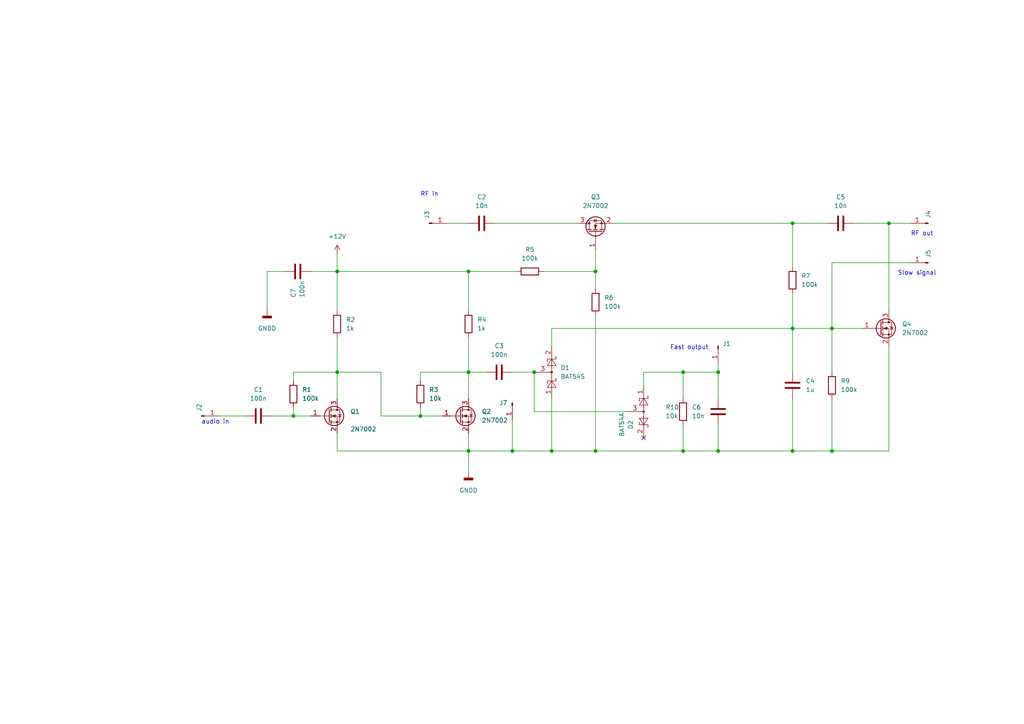
<source format=kicad_sch>
(kicad_sch (version 20230121) (generator eeschema)

  (uuid 2cc2d45b-6bf1-4f3a-95e2-fbbe5f7e32f0)

  (paper "A4")

  (lib_symbols
    (symbol "Connector:Conn_01x01_Pin" (pin_names (offset 1.016) hide) (in_bom yes) (on_board yes)
      (property "Reference" "J" (at 0 2.54 0)
        (effects (font (size 1.27 1.27)))
      )
      (property "Value" "Conn_01x01_Pin" (at 0 -2.54 0)
        (effects (font (size 1.27 1.27)))
      )
      (property "Footprint" "" (at 0 0 0)
        (effects (font (size 1.27 1.27)) hide)
      )
      (property "Datasheet" "~" (at 0 0 0)
        (effects (font (size 1.27 1.27)) hide)
      )
      (property "ki_locked" "" (at 0 0 0)
        (effects (font (size 1.27 1.27)))
      )
      (property "ki_keywords" "connector" (at 0 0 0)
        (effects (font (size 1.27 1.27)) hide)
      )
      (property "ki_description" "Generic connector, single row, 01x01, script generated" (at 0 0 0)
        (effects (font (size 1.27 1.27)) hide)
      )
      (property "ki_fp_filters" "Connector*:*_1x??_*" (at 0 0 0)
        (effects (font (size 1.27 1.27)) hide)
      )
      (symbol "Conn_01x01_Pin_1_1"
        (polyline
          (pts
            (xy 1.27 0)
            (xy 0.8636 0)
          )
          (stroke (width 0.1524) (type default))
          (fill (type none))
        )
        (rectangle (start 0.8636 0.127) (end 0 -0.127)
          (stroke (width 0.1524) (type default))
          (fill (type outline))
        )
        (pin passive line (at 5.08 0 180) (length 3.81)
          (name "Pin_1" (effects (font (size 1.27 1.27))))
          (number "1" (effects (font (size 1.27 1.27))))
        )
      )
    )
    (symbol "Device:C" (pin_numbers hide) (pin_names (offset 0.254)) (in_bom yes) (on_board yes)
      (property "Reference" "C" (at 0.635 2.54 0)
        (effects (font (size 1.27 1.27)) (justify left))
      )
      (property "Value" "C" (at 0.635 -2.54 0)
        (effects (font (size 1.27 1.27)) (justify left))
      )
      (property "Footprint" "" (at 0.9652 -3.81 0)
        (effects (font (size 1.27 1.27)) hide)
      )
      (property "Datasheet" "~" (at 0 0 0)
        (effects (font (size 1.27 1.27)) hide)
      )
      (property "ki_keywords" "cap capacitor" (at 0 0 0)
        (effects (font (size 1.27 1.27)) hide)
      )
      (property "ki_description" "Unpolarized capacitor" (at 0 0 0)
        (effects (font (size 1.27 1.27)) hide)
      )
      (property "ki_fp_filters" "C_*" (at 0 0 0)
        (effects (font (size 1.27 1.27)) hide)
      )
      (symbol "C_0_1"
        (polyline
          (pts
            (xy -2.032 -0.762)
            (xy 2.032 -0.762)
          )
          (stroke (width 0.508) (type default))
          (fill (type none))
        )
        (polyline
          (pts
            (xy -2.032 0.762)
            (xy 2.032 0.762)
          )
          (stroke (width 0.508) (type default))
          (fill (type none))
        )
      )
      (symbol "C_1_1"
        (pin passive line (at 0 3.81 270) (length 2.794)
          (name "~" (effects (font (size 1.27 1.27))))
          (number "1" (effects (font (size 1.27 1.27))))
        )
        (pin passive line (at 0 -3.81 90) (length 2.794)
          (name "~" (effects (font (size 1.27 1.27))))
          (number "2" (effects (font (size 1.27 1.27))))
        )
      )
    )
    (symbol "Device:R" (pin_numbers hide) (pin_names (offset 0)) (in_bom yes) (on_board yes)
      (property "Reference" "R" (at 2.032 0 90)
        (effects (font (size 1.27 1.27)))
      )
      (property "Value" "R" (at 0 0 90)
        (effects (font (size 1.27 1.27)))
      )
      (property "Footprint" "" (at -1.778 0 90)
        (effects (font (size 1.27 1.27)) hide)
      )
      (property "Datasheet" "~" (at 0 0 0)
        (effects (font (size 1.27 1.27)) hide)
      )
      (property "ki_keywords" "R res resistor" (at 0 0 0)
        (effects (font (size 1.27 1.27)) hide)
      )
      (property "ki_description" "Resistor" (at 0 0 0)
        (effects (font (size 1.27 1.27)) hide)
      )
      (property "ki_fp_filters" "R_*" (at 0 0 0)
        (effects (font (size 1.27 1.27)) hide)
      )
      (symbol "R_0_1"
        (rectangle (start -1.016 -2.54) (end 1.016 2.54)
          (stroke (width 0.254) (type default))
          (fill (type none))
        )
      )
      (symbol "R_1_1"
        (pin passive line (at 0 3.81 270) (length 1.27)
          (name "~" (effects (font (size 1.27 1.27))))
          (number "1" (effects (font (size 1.27 1.27))))
        )
        (pin passive line (at 0 -3.81 90) (length 1.27)
          (name "~" (effects (font (size 1.27 1.27))))
          (number "2" (effects (font (size 1.27 1.27))))
        )
      )
    )
    (symbol "Diode:BAT54A" (pin_names (offset 1.016)) (in_bom yes) (on_board yes)
      (property "Reference" "D" (at 0.635 -3.81 0)
        (effects (font (size 1.27 1.27)) (justify left))
      )
      (property "Value" "BAT54A" (at -6.35 3.175 0)
        (effects (font (size 1.27 1.27)) (justify left))
      )
      (property "Footprint" "Package_TO_SOT_SMD:SOT-23" (at 1.905 3.175 0)
        (effects (font (size 1.27 1.27)) (justify left) hide)
      )
      (property "Datasheet" "http://www.diodes.com/_files/datasheets/ds11005.pdf" (at -3.048 0 0)
        (effects (font (size 1.27 1.27)) hide)
      )
      (property "ki_keywords" "schottky diode" (at 0 0 0)
        (effects (font (size 1.27 1.27)) hide)
      )
      (property "ki_description" "schottky barrier diode" (at 0 0 0)
        (effects (font (size 1.27 1.27)) hide)
      )
      (property "ki_fp_filters" "SOT?23*" (at 0 0 0)
        (effects (font (size 1.27 1.27)) hide)
      )
      (symbol "BAT54A_0_1"
        (polyline
          (pts
            (xy -4.445 1.27)
            (xy -4.445 1.016)
          )
          (stroke (width 0) (type default))
          (fill (type none))
        )
        (polyline
          (pts
            (xy -3.81 -1.27)
            (xy -3.81 1.27)
          )
          (stroke (width 0) (type default))
          (fill (type none))
        )
        (polyline
          (pts
            (xy -3.81 -1.27)
            (xy -3.175 -1.27)
          )
          (stroke (width 0) (type default))
          (fill (type none))
        )
        (polyline
          (pts
            (xy -3.81 0)
            (xy -1.27 0)
          )
          (stroke (width 0) (type default))
          (fill (type none))
        )
        (polyline
          (pts
            (xy -3.81 1.27)
            (xy -4.445 1.27)
          )
          (stroke (width 0) (type default))
          (fill (type none))
        )
        (polyline
          (pts
            (xy -3.175 -1.27)
            (xy -3.175 -1.016)
          )
          (stroke (width 0) (type default))
          (fill (type none))
        )
        (polyline
          (pts
            (xy -1.905 0)
            (xy 1.905 0)
          )
          (stroke (width 0) (type default))
          (fill (type none))
        )
        (polyline
          (pts
            (xy 1.27 0)
            (xy 3.81 0)
          )
          (stroke (width 0) (type default))
          (fill (type none))
        )
        (polyline
          (pts
            (xy 3.175 -1.27)
            (xy 3.175 -1.016)
          )
          (stroke (width 0) (type default))
          (fill (type none))
        )
        (polyline
          (pts
            (xy 3.81 -1.27)
            (xy 3.175 -1.27)
          )
          (stroke (width 0) (type default))
          (fill (type none))
        )
        (polyline
          (pts
            (xy 3.81 -1.27)
            (xy 3.81 1.27)
          )
          (stroke (width 0) (type default))
          (fill (type none))
        )
        (polyline
          (pts
            (xy 3.81 1.27)
            (xy 4.445 1.27)
          )
          (stroke (width 0) (type default))
          (fill (type none))
        )
        (polyline
          (pts
            (xy 4.445 1.27)
            (xy 4.445 1.016)
          )
          (stroke (width 0) (type default))
          (fill (type none))
        )
        (polyline
          (pts
            (xy -1.905 1.27)
            (xy -1.905 -1.27)
            (xy -3.81 0)
            (xy -1.905 1.27)
          )
          (stroke (width 0) (type default))
          (fill (type none))
        )
        (polyline
          (pts
            (xy 1.905 1.27)
            (xy 1.905 -1.27)
            (xy 3.81 0)
            (xy 1.905 1.27)
          )
          (stroke (width 0) (type default))
          (fill (type none))
        )
        (circle (center 0 0) (radius 0.254)
          (stroke (width 0) (type default))
          (fill (type outline))
        )
      )
      (symbol "BAT54A_1_1"
        (pin passive line (at -7.62 0 0) (length 3.81)
          (name "~" (effects (font (size 1.27 1.27))))
          (number "1" (effects (font (size 1.27 1.27))))
        )
        (pin passive line (at 7.62 0 180) (length 3.81)
          (name "~" (effects (font (size 1.27 1.27))))
          (number "2" (effects (font (size 1.27 1.27))))
        )
        (pin passive line (at 0 -5.08 90) (length 5.08)
          (name "~" (effects (font (size 1.27 1.27))))
          (number "3" (effects (font (size 1.27 1.27))))
        )
      )
    )
    (symbol "Diode:BAT54S" (pin_names (offset 1.016)) (in_bom yes) (on_board yes)
      (property "Reference" "D" (at 0.635 -3.81 0)
        (effects (font (size 1.27 1.27)) (justify left))
      )
      (property "Value" "BAT54S" (at -6.35 3.175 0)
        (effects (font (size 1.27 1.27)) (justify left))
      )
      (property "Footprint" "Package_TO_SOT_SMD:SOT-23" (at 1.905 3.175 0)
        (effects (font (size 1.27 1.27)) (justify left) hide)
      )
      (property "Datasheet" "https://www.diodes.com/assets/Datasheets/ds11005.pdf" (at -3.048 0 0)
        (effects (font (size 1.27 1.27)) hide)
      )
      (property "ki_keywords" "schottky diode" (at 0 0 0)
        (effects (font (size 1.27 1.27)) hide)
      )
      (property "ki_description" "schottky barrier diode" (at 0 0 0)
        (effects (font (size 1.27 1.27)) hide)
      )
      (property "ki_fp_filters" "SOT?23*" (at 0 0 0)
        (effects (font (size 1.27 1.27)) hide)
      )
      (symbol "BAT54S_0_1"
        (polyline
          (pts
            (xy -3.81 0)
            (xy -1.27 0)
          )
          (stroke (width 0) (type default))
          (fill (type none))
        )
        (polyline
          (pts
            (xy -3.175 -1.27)
            (xy -3.175 -1.016)
          )
          (stroke (width 0) (type default))
          (fill (type none))
        )
        (polyline
          (pts
            (xy -2.54 -1.27)
            (xy -3.175 -1.27)
          )
          (stroke (width 0) (type default))
          (fill (type none))
        )
        (polyline
          (pts
            (xy -2.54 -1.27)
            (xy -2.54 1.27)
          )
          (stroke (width 0) (type default))
          (fill (type none))
        )
        (polyline
          (pts
            (xy -2.54 1.27)
            (xy -1.905 1.27)
          )
          (stroke (width 0) (type default))
          (fill (type none))
        )
        (polyline
          (pts
            (xy -1.905 0)
            (xy 1.905 0)
          )
          (stroke (width 0) (type default))
          (fill (type none))
        )
        (polyline
          (pts
            (xy -1.905 1.27)
            (xy -1.905 1.016)
          )
          (stroke (width 0) (type default))
          (fill (type none))
        )
        (polyline
          (pts
            (xy 1.27 0)
            (xy 3.81 0)
          )
          (stroke (width 0) (type default))
          (fill (type none))
        )
        (polyline
          (pts
            (xy 3.175 -1.27)
            (xy 3.175 -1.016)
          )
          (stroke (width 0) (type default))
          (fill (type none))
        )
        (polyline
          (pts
            (xy 3.81 -1.27)
            (xy 3.175 -1.27)
          )
          (stroke (width 0) (type default))
          (fill (type none))
        )
        (polyline
          (pts
            (xy 3.81 -1.27)
            (xy 3.81 1.27)
          )
          (stroke (width 0) (type default))
          (fill (type none))
        )
        (polyline
          (pts
            (xy 3.81 1.27)
            (xy 4.445 1.27)
          )
          (stroke (width 0) (type default))
          (fill (type none))
        )
        (polyline
          (pts
            (xy 4.445 1.27)
            (xy 4.445 1.016)
          )
          (stroke (width 0) (type default))
          (fill (type none))
        )
        (polyline
          (pts
            (xy -4.445 1.27)
            (xy -4.445 -1.27)
            (xy -2.54 0)
            (xy -4.445 1.27)
          )
          (stroke (width 0) (type default))
          (fill (type none))
        )
        (polyline
          (pts
            (xy 1.905 1.27)
            (xy 1.905 -1.27)
            (xy 3.81 0)
            (xy 1.905 1.27)
          )
          (stroke (width 0) (type default))
          (fill (type none))
        )
        (circle (center 0 0) (radius 0.254)
          (stroke (width 0) (type default))
          (fill (type outline))
        )
      )
      (symbol "BAT54S_1_1"
        (pin passive line (at -7.62 0 0) (length 3.81)
          (name "~" (effects (font (size 1.27 1.27))))
          (number "1" (effects (font (size 1.27 1.27))))
        )
        (pin passive line (at 7.62 0 180) (length 3.81)
          (name "~" (effects (font (size 1.27 1.27))))
          (number "2" (effects (font (size 1.27 1.27))))
        )
        (pin passive line (at 0 -5.08 90) (length 5.08)
          (name "~" (effects (font (size 1.27 1.27))))
          (number "3" (effects (font (size 1.27 1.27))))
        )
      )
    )
    (symbol "Transistor_FET:2N7002" (pin_names hide) (in_bom yes) (on_board yes)
      (property "Reference" "Q" (at 5.08 1.905 0)
        (effects (font (size 1.27 1.27)) (justify left))
      )
      (property "Value" "2N7002" (at 5.08 0 0)
        (effects (font (size 1.27 1.27)) (justify left))
      )
      (property "Footprint" "Package_TO_SOT_SMD:SOT-23" (at 5.08 -1.905 0)
        (effects (font (size 1.27 1.27) italic) (justify left) hide)
      )
      (property "Datasheet" "https://www.onsemi.com/pub/Collateral/NDS7002A-D.PDF" (at 0 0 0)
        (effects (font (size 1.27 1.27)) (justify left) hide)
      )
      (property "ki_keywords" "N-Channel Switching MOSFET" (at 0 0 0)
        (effects (font (size 1.27 1.27)) hide)
      )
      (property "ki_description" "0.115A Id, 60V Vds, N-Channel MOSFET, SOT-23" (at 0 0 0)
        (effects (font (size 1.27 1.27)) hide)
      )
      (property "ki_fp_filters" "SOT?23*" (at 0 0 0)
        (effects (font (size 1.27 1.27)) hide)
      )
      (symbol "2N7002_0_1"
        (polyline
          (pts
            (xy 0.254 0)
            (xy -2.54 0)
          )
          (stroke (width 0) (type default))
          (fill (type none))
        )
        (polyline
          (pts
            (xy 0.254 1.905)
            (xy 0.254 -1.905)
          )
          (stroke (width 0.254) (type default))
          (fill (type none))
        )
        (polyline
          (pts
            (xy 0.762 -1.27)
            (xy 0.762 -2.286)
          )
          (stroke (width 0.254) (type default))
          (fill (type none))
        )
        (polyline
          (pts
            (xy 0.762 0.508)
            (xy 0.762 -0.508)
          )
          (stroke (width 0.254) (type default))
          (fill (type none))
        )
        (polyline
          (pts
            (xy 0.762 2.286)
            (xy 0.762 1.27)
          )
          (stroke (width 0.254) (type default))
          (fill (type none))
        )
        (polyline
          (pts
            (xy 2.54 2.54)
            (xy 2.54 1.778)
          )
          (stroke (width 0) (type default))
          (fill (type none))
        )
        (polyline
          (pts
            (xy 2.54 -2.54)
            (xy 2.54 0)
            (xy 0.762 0)
          )
          (stroke (width 0) (type default))
          (fill (type none))
        )
        (polyline
          (pts
            (xy 0.762 -1.778)
            (xy 3.302 -1.778)
            (xy 3.302 1.778)
            (xy 0.762 1.778)
          )
          (stroke (width 0) (type default))
          (fill (type none))
        )
        (polyline
          (pts
            (xy 1.016 0)
            (xy 2.032 0.381)
            (xy 2.032 -0.381)
            (xy 1.016 0)
          )
          (stroke (width 0) (type default))
          (fill (type outline))
        )
        (polyline
          (pts
            (xy 2.794 0.508)
            (xy 2.921 0.381)
            (xy 3.683 0.381)
            (xy 3.81 0.254)
          )
          (stroke (width 0) (type default))
          (fill (type none))
        )
        (polyline
          (pts
            (xy 3.302 0.381)
            (xy 2.921 -0.254)
            (xy 3.683 -0.254)
            (xy 3.302 0.381)
          )
          (stroke (width 0) (type default))
          (fill (type none))
        )
        (circle (center 1.651 0) (radius 2.794)
          (stroke (width 0.254) (type default))
          (fill (type none))
        )
        (circle (center 2.54 -1.778) (radius 0.254)
          (stroke (width 0) (type default))
          (fill (type outline))
        )
        (circle (center 2.54 1.778) (radius 0.254)
          (stroke (width 0) (type default))
          (fill (type outline))
        )
      )
      (symbol "2N7002_1_1"
        (pin input line (at -5.08 0 0) (length 2.54)
          (name "G" (effects (font (size 1.27 1.27))))
          (number "1" (effects (font (size 1.27 1.27))))
        )
        (pin passive line (at 2.54 -5.08 90) (length 2.54)
          (name "S" (effects (font (size 1.27 1.27))))
          (number "2" (effects (font (size 1.27 1.27))))
        )
        (pin passive line (at 2.54 5.08 270) (length 2.54)
          (name "D" (effects (font (size 1.27 1.27))))
          (number "3" (effects (font (size 1.27 1.27))))
        )
      )
    )
    (symbol "power:+12V" (power) (pin_names (offset 0)) (in_bom yes) (on_board yes)
      (property "Reference" "#PWR" (at 0 -3.81 0)
        (effects (font (size 1.27 1.27)) hide)
      )
      (property "Value" "+12V" (at 0 3.556 0)
        (effects (font (size 1.27 1.27)))
      )
      (property "Footprint" "" (at 0 0 0)
        (effects (font (size 1.27 1.27)) hide)
      )
      (property "Datasheet" "" (at 0 0 0)
        (effects (font (size 1.27 1.27)) hide)
      )
      (property "ki_keywords" "global power" (at 0 0 0)
        (effects (font (size 1.27 1.27)) hide)
      )
      (property "ki_description" "Power symbol creates a global label with name \"+12V\"" (at 0 0 0)
        (effects (font (size 1.27 1.27)) hide)
      )
      (symbol "+12V_0_1"
        (polyline
          (pts
            (xy -0.762 1.27)
            (xy 0 2.54)
          )
          (stroke (width 0) (type default))
          (fill (type none))
        )
        (polyline
          (pts
            (xy 0 0)
            (xy 0 2.54)
          )
          (stroke (width 0) (type default))
          (fill (type none))
        )
        (polyline
          (pts
            (xy 0 2.54)
            (xy 0.762 1.27)
          )
          (stroke (width 0) (type default))
          (fill (type none))
        )
      )
      (symbol "+12V_1_1"
        (pin power_in line (at 0 0 90) (length 0) hide
          (name "+12V" (effects (font (size 1.27 1.27))))
          (number "1" (effects (font (size 1.27 1.27))))
        )
      )
    )
    (symbol "power:GNDD" (power) (pin_names (offset 0)) (in_bom yes) (on_board yes)
      (property "Reference" "#PWR" (at 0 -6.35 0)
        (effects (font (size 1.27 1.27)) hide)
      )
      (property "Value" "GNDD" (at 0 -3.175 0)
        (effects (font (size 1.27 1.27)))
      )
      (property "Footprint" "" (at 0 0 0)
        (effects (font (size 1.27 1.27)) hide)
      )
      (property "Datasheet" "" (at 0 0 0)
        (effects (font (size 1.27 1.27)) hide)
      )
      (property "ki_keywords" "global power" (at 0 0 0)
        (effects (font (size 1.27 1.27)) hide)
      )
      (property "ki_description" "Power symbol creates a global label with name \"GNDD\" , digital ground" (at 0 0 0)
        (effects (font (size 1.27 1.27)) hide)
      )
      (symbol "GNDD_0_1"
        (rectangle (start -1.27 -1.524) (end 1.27 -2.032)
          (stroke (width 0.254) (type default))
          (fill (type outline))
        )
        (polyline
          (pts
            (xy 0 0)
            (xy 0 -1.524)
          )
          (stroke (width 0) (type default))
          (fill (type none))
        )
      )
      (symbol "GNDD_1_1"
        (pin power_in line (at 0 0 270) (length 0) hide
          (name "GNDD" (effects (font (size 1.27 1.27))))
          (number "1" (effects (font (size 1.27 1.27))))
        )
      )
    )
  )

  (junction (at 121.92 120.65) (diameter 0) (color 0 0 0 0)
    (uuid 0409fe4c-e6a9-4e93-9380-23329f8baa2c)
  )
  (junction (at 257.81 64.77) (diameter 0) (color 0 0 0 0)
    (uuid 187f12d0-2cc8-403b-bc3a-08de67d70000)
  )
  (junction (at 241.3 130.81) (diameter 0) (color 0 0 0 0)
    (uuid 1e364775-e2f1-4499-9af0-a80664c7611e)
  )
  (junction (at 135.89 78.74) (diameter 0) (color 0 0 0 0)
    (uuid 2165451a-109d-4b2b-a12a-c08a1cf95a16)
  )
  (junction (at 148.59 130.81) (diameter 0) (color 0 0 0 0)
    (uuid 3143c39a-40d2-4aa5-9c52-09d1944e000d)
  )
  (junction (at 97.79 107.95) (diameter 0) (color 0 0 0 0)
    (uuid 349df894-d697-498b-a34d-dece7eadb028)
  )
  (junction (at 135.89 107.95) (diameter 0) (color 0 0 0 0)
    (uuid 3c8f4f89-d535-4e40-a610-1a4fd134c907)
  )
  (junction (at 229.87 95.25) (diameter 0) (color 0 0 0 0)
    (uuid 4ff01ca2-3d3d-4439-b1e0-2bda5282ceb9)
  )
  (junction (at 241.3 95.25) (diameter 0) (color 0 0 0 0)
    (uuid 54f99526-1df6-476e-90af-9ff11f22d989)
  )
  (junction (at 198.12 107.95) (diameter 0) (color 0 0 0 0)
    (uuid 56d0decd-3829-40e4-9314-52bfe9d83f7f)
  )
  (junction (at 229.87 64.77) (diameter 0) (color 0 0 0 0)
    (uuid 59231dc8-c6b4-4443-b9bb-7787b135ca35)
  )
  (junction (at 135.89 130.81) (diameter 0) (color 0 0 0 0)
    (uuid 6cac6777-5175-4e5d-8ffe-09c7b94b7440)
  )
  (junction (at 229.87 130.81) (diameter 0) (color 0 0 0 0)
    (uuid 6d62fa4d-57b5-4b73-bf33-36e5bc43eb44)
  )
  (junction (at 172.72 130.81) (diameter 0) (color 0 0 0 0)
    (uuid 868f7818-8581-4288-b9dd-bd60e2f3506f)
  )
  (junction (at 85.09 120.65) (diameter 0) (color 0 0 0 0)
    (uuid 8c384a74-dbec-49f3-bc87-6de62445825d)
  )
  (junction (at 97.79 78.74) (diameter 0) (color 0 0 0 0)
    (uuid 8c7b0b4c-0768-42fe-8bfd-2d8c50ee3728)
  )
  (junction (at 198.12 130.81) (diameter 0) (color 0 0 0 0)
    (uuid 90db1e94-3251-470c-92ec-280d51898083)
  )
  (junction (at 172.72 78.74) (diameter 0) (color 0 0 0 0)
    (uuid 9565ea0e-41ee-4203-b42e-79420e865069)
  )
  (junction (at 154.94 107.95) (diameter 0) (color 0 0 0 0)
    (uuid bb3cb045-02ed-45c2-9bf0-cd0eb0b5c857)
  )
  (junction (at 208.28 130.81) (diameter 0) (color 0 0 0 0)
    (uuid c8f2ef4c-9b54-4cb3-95e8-9c3c8fa5ada2)
  )
  (junction (at 160.02 130.81) (diameter 0) (color 0 0 0 0)
    (uuid d0f62fca-4b82-408f-b4fa-cdc40453c8f9)
  )
  (junction (at 208.28 107.95) (diameter 0) (color 0 0 0 0)
    (uuid fd128df2-72f8-4bbf-a8b6-cde412960d4b)
  )

  (no_connect (at 186.69 127) (uuid c54b0283-11ce-4f75-b946-235f76bcb40c))

  (wire (pts (xy 229.87 115.57) (xy 229.87 130.81))
    (stroke (width 0) (type default))
    (uuid 022b5874-f903-4802-8d64-5dbedb55040a)
  )
  (wire (pts (xy 257.81 90.17) (xy 257.81 64.77))
    (stroke (width 0) (type default))
    (uuid 08a3bfbd-f5e6-427f-b4e4-163d1e9051e2)
  )
  (wire (pts (xy 186.69 107.95) (xy 186.69 111.76))
    (stroke (width 0) (type default))
    (uuid 0930abf7-38ca-45b2-a1d0-dbb6ac097fcd)
  )
  (wire (pts (xy 135.89 107.95) (xy 135.89 115.57))
    (stroke (width 0) (type default))
    (uuid 167f42a4-9890-4dc4-90df-8950c39fd65c)
  )
  (wire (pts (xy 97.79 125.73) (xy 97.79 130.81))
    (stroke (width 0) (type default))
    (uuid 1a011a58-9564-4521-b40d-c2cadab9585f)
  )
  (wire (pts (xy 198.12 115.57) (xy 198.12 107.95))
    (stroke (width 0) (type default))
    (uuid 1c4f6fe8-869a-4c99-a5e2-0bb0aa807999)
  )
  (wire (pts (xy 85.09 120.65) (xy 90.17 120.65))
    (stroke (width 0) (type default))
    (uuid 1c50770b-647d-48e6-97ab-819b37206007)
  )
  (wire (pts (xy 78.74 120.65) (xy 85.09 120.65))
    (stroke (width 0) (type default))
    (uuid 1d2c2480-6bbf-41a4-8b03-703bc31dc40d)
  )
  (wire (pts (xy 135.89 130.81) (xy 135.89 137.16))
    (stroke (width 0) (type default))
    (uuid 257169af-0aa5-4b94-9fca-697b51c85684)
  )
  (wire (pts (xy 85.09 110.49) (xy 85.09 107.95))
    (stroke (width 0) (type default))
    (uuid 2d520332-a987-4752-99b4-d60af54b1282)
  )
  (wire (pts (xy 121.92 107.95) (xy 135.89 107.95))
    (stroke (width 0) (type default))
    (uuid 2d70495e-3c79-42f2-873b-60270deba179)
  )
  (wire (pts (xy 208.28 123.19) (xy 208.28 130.81))
    (stroke (width 0) (type default))
    (uuid 2fa41313-e130-4e20-ba1f-cd3da604159d)
  )
  (wire (pts (xy 208.28 107.95) (xy 208.28 115.57))
    (stroke (width 0) (type default))
    (uuid 346d293c-0214-42dd-86aa-8108e1f895e0)
  )
  (wire (pts (xy 97.79 107.95) (xy 97.79 115.57))
    (stroke (width 0) (type default))
    (uuid 3aac41e2-b025-48c8-b97f-81d323a76aea)
  )
  (wire (pts (xy 97.79 97.79) (xy 97.79 107.95))
    (stroke (width 0) (type default))
    (uuid 3d322377-7a84-4c84-9f15-d8204a7c7c9a)
  )
  (wire (pts (xy 110.49 107.95) (xy 97.79 107.95))
    (stroke (width 0) (type default))
    (uuid 3d6e79e1-443a-49e0-bb50-710cd364f97e)
  )
  (wire (pts (xy 229.87 130.81) (xy 241.3 130.81))
    (stroke (width 0) (type default))
    (uuid 3e599150-4b04-4437-aea9-181244e0c841)
  )
  (wire (pts (xy 121.92 118.11) (xy 121.92 120.65))
    (stroke (width 0) (type default))
    (uuid 437584dc-5036-460a-94c7-890428519f1b)
  )
  (wire (pts (xy 97.79 78.74) (xy 135.89 78.74))
    (stroke (width 0) (type default))
    (uuid 4445ce32-3989-4cce-a4d4-b7936e6798c7)
  )
  (wire (pts (xy 229.87 95.25) (xy 241.3 95.25))
    (stroke (width 0) (type default))
    (uuid 49576985-ec4f-4624-ae9e-46d9757d0d41)
  )
  (wire (pts (xy 135.89 97.79) (xy 135.89 107.95))
    (stroke (width 0) (type default))
    (uuid 4b9e5f31-d223-4d7a-bafd-59fde3626fc4)
  )
  (wire (pts (xy 154.94 119.38) (xy 154.94 107.95))
    (stroke (width 0) (type default))
    (uuid 4d619ef0-6b38-46dc-88ce-7d522124fcc5)
  )
  (wire (pts (xy 229.87 77.47) (xy 229.87 64.77))
    (stroke (width 0) (type default))
    (uuid 54f14947-5f8f-464a-8be8-4fcff21e40e6)
  )
  (wire (pts (xy 148.59 107.95) (xy 154.94 107.95))
    (stroke (width 0) (type default))
    (uuid 58d58a86-7307-4914-b198-7b646056e439)
  )
  (wire (pts (xy 160.02 130.81) (xy 172.72 130.81))
    (stroke (width 0) (type default))
    (uuid 5c3bd87f-c509-46f5-b093-a3338ea45dd3)
  )
  (wire (pts (xy 143.51 64.77) (xy 167.64 64.77))
    (stroke (width 0) (type default))
    (uuid 60498ea9-d8f0-46f4-a5ae-31cf9395977e)
  )
  (wire (pts (xy 198.12 107.95) (xy 208.28 107.95))
    (stroke (width 0) (type default))
    (uuid 60f2722b-3015-4d4d-8b44-1ba8375b922a)
  )
  (wire (pts (xy 97.79 130.81) (xy 135.89 130.81))
    (stroke (width 0) (type default))
    (uuid 6107364b-a97f-49fe-a5c3-4279cdc8f310)
  )
  (wire (pts (xy 135.89 125.73) (xy 135.89 130.81))
    (stroke (width 0) (type default))
    (uuid 61a6b01f-d2aa-4b47-bb02-f9c3391ed4d9)
  )
  (wire (pts (xy 172.72 78.74) (xy 172.72 83.82))
    (stroke (width 0) (type default))
    (uuid 6368228d-0d5e-4d0f-be88-dfc4e5e0cb8f)
  )
  (wire (pts (xy 97.79 90.17) (xy 97.79 78.74))
    (stroke (width 0) (type default))
    (uuid 6a770c59-876c-43fa-828d-d3dddbaca78e)
  )
  (wire (pts (xy 160.02 115.57) (xy 160.02 130.81))
    (stroke (width 0) (type default))
    (uuid 6acfd283-0cf4-4dab-9c11-7078cd5fffae)
  )
  (wire (pts (xy 257.81 64.77) (xy 264.16 64.77))
    (stroke (width 0) (type default))
    (uuid 6d9e8dcb-ccfc-4461-8e4a-2c2e8a5c617a)
  )
  (wire (pts (xy 186.69 107.95) (xy 198.12 107.95))
    (stroke (width 0) (type default))
    (uuid 6e5911bc-a44d-4927-b23b-8a0613519022)
  )
  (wire (pts (xy 160.02 95.25) (xy 229.87 95.25))
    (stroke (width 0) (type default))
    (uuid 74cf0486-0ae2-465d-8967-290b130ecfe9)
  )
  (wire (pts (xy 241.3 95.25) (xy 241.3 107.95))
    (stroke (width 0) (type default))
    (uuid 76e5eb56-8231-449f-b4f1-9096949d9ae9)
  )
  (wire (pts (xy 172.72 91.44) (xy 172.72 130.81))
    (stroke (width 0) (type default))
    (uuid 76e9df10-1d9d-4cf6-95bd-14946e4737c8)
  )
  (wire (pts (xy 257.81 100.33) (xy 257.81 130.81))
    (stroke (width 0) (type default))
    (uuid 7abddc88-3331-4062-854f-1bbd7d7fe672)
  )
  (wire (pts (xy 82.55 78.74) (xy 77.47 78.74))
    (stroke (width 0) (type default))
    (uuid 7afea3f1-03e8-4719-9b82-465f3f3c716d)
  )
  (wire (pts (xy 241.3 115.57) (xy 241.3 130.81))
    (stroke (width 0) (type default))
    (uuid 7bc15992-fe5c-46a1-934a-b61a12cabdd3)
  )
  (wire (pts (xy 241.3 95.25) (xy 250.19 95.25))
    (stroke (width 0) (type default))
    (uuid 7e83db36-296a-4987-a7c9-2f55941786fd)
  )
  (wire (pts (xy 229.87 64.77) (xy 240.03 64.77))
    (stroke (width 0) (type default))
    (uuid 812c4b17-1d62-4870-a003-c09465d38593)
  )
  (wire (pts (xy 121.92 120.65) (xy 110.49 120.65))
    (stroke (width 0) (type default))
    (uuid 82ac9e61-a1ab-4b9b-9cc2-ed9561a8a8d0)
  )
  (wire (pts (xy 229.87 95.25) (xy 229.87 107.95))
    (stroke (width 0) (type default))
    (uuid 8498d5a9-b21b-4413-9e09-e5c82ae5259a)
  )
  (wire (pts (xy 135.89 90.17) (xy 135.89 78.74))
    (stroke (width 0) (type default))
    (uuid 862a5f24-53b7-4af6-a498-4f9e4d3cf4dc)
  )
  (wire (pts (xy 198.12 123.19) (xy 198.12 130.81))
    (stroke (width 0) (type default))
    (uuid 8e3707db-1eec-41db-845d-7294a9ca0813)
  )
  (wire (pts (xy 110.49 120.65) (xy 110.49 107.95))
    (stroke (width 0) (type default))
    (uuid 928f6b65-8ae2-401f-b78f-a79b7e2b049b)
  )
  (wire (pts (xy 121.92 110.49) (xy 121.92 107.95))
    (stroke (width 0) (type default))
    (uuid 96c1caa9-5b23-4c66-89b4-83156a7fc89c)
  )
  (wire (pts (xy 148.59 121.92) (xy 148.59 130.81))
    (stroke (width 0) (type default))
    (uuid 9d727e16-a485-4ce1-92cd-14489cc6fd44)
  )
  (wire (pts (xy 85.09 118.11) (xy 85.09 120.65))
    (stroke (width 0) (type default))
    (uuid 9ddb3d29-7a9f-4114-95ac-6aa2e0fdf841)
  )
  (wire (pts (xy 172.72 130.81) (xy 198.12 130.81))
    (stroke (width 0) (type default))
    (uuid a4657ef2-fc4a-40ea-856b-d60164bc4e55)
  )
  (wire (pts (xy 157.48 78.74) (xy 172.72 78.74))
    (stroke (width 0) (type default))
    (uuid a780cbc4-6586-4989-8953-c320f7e7c575)
  )
  (wire (pts (xy 63.5 120.65) (xy 71.12 120.65))
    (stroke (width 0) (type default))
    (uuid a95346ee-e11c-4ba4-8fa6-5b7659035704)
  )
  (wire (pts (xy 181.61 119.38) (xy 154.94 119.38))
    (stroke (width 0) (type default))
    (uuid ab4911b3-d10e-4b82-bc54-43e38c7ebb0d)
  )
  (wire (pts (xy 140.97 107.95) (xy 135.89 107.95))
    (stroke (width 0) (type default))
    (uuid b0a130ef-d0f0-46ec-82f5-2b634f3aa753)
  )
  (wire (pts (xy 90.17 78.74) (xy 97.79 78.74))
    (stroke (width 0) (type default))
    (uuid b13b24ae-d52f-4bf6-a601-9f4ba4c4be5a)
  )
  (wire (pts (xy 129.54 64.77) (xy 135.89 64.77))
    (stroke (width 0) (type default))
    (uuid b240e57a-bc57-41c4-9202-aa30e1e0f724)
  )
  (wire (pts (xy 97.79 73.66) (xy 97.79 78.74))
    (stroke (width 0) (type default))
    (uuid b624650f-cea6-4773-ae1e-86eb33b8a2ec)
  )
  (wire (pts (xy 77.47 78.74) (xy 77.47 90.17))
    (stroke (width 0) (type default))
    (uuid b6407904-9d21-47d9-82cc-70ace8292f96)
  )
  (wire (pts (xy 241.3 130.81) (xy 257.81 130.81))
    (stroke (width 0) (type default))
    (uuid bd7aa32c-578e-41da-b17c-e6310e4e7332)
  )
  (wire (pts (xy 172.72 78.74) (xy 172.72 72.39))
    (stroke (width 0) (type default))
    (uuid bfed9d12-b25f-4eac-8c9c-6e8443194609)
  )
  (wire (pts (xy 135.89 78.74) (xy 149.86 78.74))
    (stroke (width 0) (type default))
    (uuid c0f6ad16-2f3a-4bd9-8ce0-85b76055eddf)
  )
  (wire (pts (xy 198.12 130.81) (xy 208.28 130.81))
    (stroke (width 0) (type default))
    (uuid c24cdc42-5855-4e61-a004-1f76c62bbde5)
  )
  (wire (pts (xy 85.09 107.95) (xy 97.79 107.95))
    (stroke (width 0) (type default))
    (uuid c69b4d1a-38a9-40f6-99b6-6bce6647b10e)
  )
  (wire (pts (xy 135.89 130.81) (xy 148.59 130.81))
    (stroke (width 0) (type default))
    (uuid c6c4376c-1bd8-4438-83cb-05a30ce195b7)
  )
  (wire (pts (xy 241.3 76.2) (xy 241.3 95.25))
    (stroke (width 0) (type default))
    (uuid c8b56fb5-fb04-4c8c-964a-9f0ebcdaa219)
  )
  (wire (pts (xy 229.87 85.09) (xy 229.87 95.25))
    (stroke (width 0) (type default))
    (uuid cdcd5c52-e933-4a09-81ea-a3be13c390a7)
  )
  (wire (pts (xy 241.3 76.2) (xy 264.16 76.2))
    (stroke (width 0) (type default))
    (uuid d30f220a-ed56-4b94-b69a-c502cc829913)
  )
  (wire (pts (xy 177.8 64.77) (xy 229.87 64.77))
    (stroke (width 0) (type default))
    (uuid d34d42f6-e77f-4b4e-8be2-63458dd9be10)
  )
  (wire (pts (xy 160.02 100.33) (xy 160.02 95.25))
    (stroke (width 0) (type default))
    (uuid dadf8195-80a2-4374-b1bb-76c8d793ffce)
  )
  (wire (pts (xy 208.28 130.81) (xy 229.87 130.81))
    (stroke (width 0) (type default))
    (uuid de3985b8-af69-414a-8cf7-0c6a626b4e24)
  )
  (wire (pts (xy 208.28 105.41) (xy 208.28 107.95))
    (stroke (width 0) (type default))
    (uuid df0a2d62-ace7-43b4-91ff-93ff7a27c7af)
  )
  (wire (pts (xy 148.59 130.81) (xy 160.02 130.81))
    (stroke (width 0) (type default))
    (uuid e5d82206-324e-4a77-8a1b-d635d8244a68)
  )
  (wire (pts (xy 121.92 120.65) (xy 128.27 120.65))
    (stroke (width 0) (type default))
    (uuid e70db4ed-b816-43da-8fb4-21d52d193247)
  )
  (wire (pts (xy 247.65 64.77) (xy 257.81 64.77))
    (stroke (width 0) (type default))
    (uuid f04aa230-2695-447f-8107-195eec4a62eb)
  )

  (text "Fast output" (at 194.31 101.6 0)
    (effects (font (size 1.27 1.27)) (justify left bottom))
    (uuid 1460367e-6ef9-4329-8b5c-c94a003021f8)
  )
  (text "RF in\n" (at 121.92 57.15 0)
    (effects (font (size 1.27 1.27)) (justify left bottom))
    (uuid 2e816fe5-8d33-4981-8039-785e85d7b454)
  )
  (text "audio in" (at 58.42 123.19 0)
    (effects (font (size 1.27 1.27)) (justify left bottom))
    (uuid 482c06bd-45d0-47e6-a918-f51225e5a042)
  )
  (text "Slow signal" (at 260.35 80.01 0)
    (effects (font (size 1.27 1.27)) (justify left bottom))
    (uuid baef0318-e9d1-45c2-9ddf-6974329f2a19)
  )
  (text "RF out" (at 264.16 68.58 0)
    (effects (font (size 1.27 1.27)) (justify left bottom))
    (uuid f0250817-e58f-4df8-9c17-a8c31ccef622)
  )

  (symbol (lib_id "Connector:Conn_01x01_Pin") (at 58.42 120.65 0) (unit 1)
    (in_bom yes) (on_board yes) (dnp no)
    (uuid 0235591a-8236-4b52-acd8-3c05936215cc)
    (property "Reference" "J2" (at 57.785 119.38 90)
      (effects (font (size 1.27 1.27)) (justify left))
    )
    (property "Value" "Conn_01x01_Pin" (at 60.96 119.38 90)
      (effects (font (size 1.27 1.27)) (justify left) hide)
    )
    (property "Footprint" "Connector_Wire:SolderWire-0.5sqmm_1x01_D0.9mm_OD2.1mm" (at 58.42 120.65 0)
      (effects (font (size 1.27 1.27)) hide)
    )
    (property "Datasheet" "~" (at 58.42 120.65 0)
      (effects (font (size 1.27 1.27)) hide)
    )
    (pin "1" (uuid d3b0af98-1b80-408b-8124-59fed8b79bb9))
    (instances
      (project "agc_smeter"
        (path "/2cc2d45b-6bf1-4f3a-95e2-fbbe5f7e32f0"
          (reference "J2") (unit 1)
        )
      )
    )
  )

  (symbol (lib_id "Diode:BAT54S") (at 160.02 107.95 270) (mirror x) (unit 1)
    (in_bom yes) (on_board yes) (dnp no) (fields_autoplaced)
    (uuid 0287a7bb-6f8f-4a2b-9c46-ee94e61cf86f)
    (property "Reference" "D1" (at 162.56 106.6799 90)
      (effects (font (size 1.27 1.27)) (justify left))
    )
    (property "Value" "BAT54S" (at 162.56 109.2199 90)
      (effects (font (size 1.27 1.27)) (justify left))
    )
    (property "Footprint" "Package_TO_SOT_SMD:SOT-23" (at 163.195 106.045 0)
      (effects (font (size 1.27 1.27)) (justify left) hide)
    )
    (property "Datasheet" "https://www.diodes.com/assets/Datasheets/ds11005.pdf" (at 160.02 110.998 0)
      (effects (font (size 1.27 1.27)) hide)
    )
    (pin "1" (uuid ca068a57-528d-4ca3-8749-3669af7e1fe0))
    (pin "2" (uuid ab819750-adb9-4b2e-8c70-044c8362e53d))
    (pin "3" (uuid e2254b30-7da4-4851-88a0-ea3919338b6e))
    (instances
      (project "agc_smeter"
        (path "/2cc2d45b-6bf1-4f3a-95e2-fbbe5f7e32f0"
          (reference "D1") (unit 1)
        )
      )
    )
  )

  (symbol (lib_id "Transistor_FET:2N7002") (at 95.25 120.65 0) (unit 1)
    (in_bom yes) (on_board yes) (dnp no)
    (uuid 0f8076fa-2b66-4376-a757-f4e56e79164f)
    (property "Reference" "Q1" (at 101.6 119.3799 0)
      (effects (font (size 1.27 1.27)) (justify left))
    )
    (property "Value" "2N7002" (at 101.6 124.46 0)
      (effects (font (size 1.27 1.27)) (justify left))
    )
    (property "Footprint" "Package_TO_SOT_SMD:SOT-23" (at 100.33 122.555 0)
      (effects (font (size 1.27 1.27) italic) (justify left) hide)
    )
    (property "Datasheet" "https://www.onsemi.com/pub/Collateral/NDS7002A-D.PDF" (at 95.25 120.65 0)
      (effects (font (size 1.27 1.27)) (justify left) hide)
    )
    (pin "1" (uuid d40a60aa-2b22-4011-a5a1-849ce71d811d))
    (pin "2" (uuid c0d0cf2f-6cf8-4577-a6a9-c563e6a18181))
    (pin "3" (uuid 2776fd4c-5239-42d2-80d1-34336d1ddcc4))
    (instances
      (project "agc_smeter"
        (path "/2cc2d45b-6bf1-4f3a-95e2-fbbe5f7e32f0"
          (reference "Q1") (unit 1)
        )
      )
    )
  )

  (symbol (lib_id "Device:C") (at 229.87 111.76 180) (unit 1)
    (in_bom yes) (on_board yes) (dnp no) (fields_autoplaced)
    (uuid 15f57a7f-bacf-434c-bcee-89665abd8db5)
    (property "Reference" "C4" (at 233.68 110.4899 0)
      (effects (font (size 1.27 1.27)) (justify right))
    )
    (property "Value" "1u" (at 233.68 113.0299 0)
      (effects (font (size 1.27 1.27)) (justify right))
    )
    (property "Footprint" "Capacitor_SMD:C_0805_2012Metric" (at 228.9048 107.95 0)
      (effects (font (size 1.27 1.27)) hide)
    )
    (property "Datasheet" "~" (at 229.87 111.76 0)
      (effects (font (size 1.27 1.27)) hide)
    )
    (pin "1" (uuid e3c34d03-a6c7-41b2-8157-c465c99de521))
    (pin "2" (uuid 3fd32366-1c15-44a2-968e-51e16f11019d))
    (instances
      (project "agc_smeter"
        (path "/2cc2d45b-6bf1-4f3a-95e2-fbbe5f7e32f0"
          (reference "C4") (unit 1)
        )
      )
    )
  )

  (symbol (lib_id "Device:R") (at 85.09 114.3 0) (unit 1)
    (in_bom yes) (on_board yes) (dnp no) (fields_autoplaced)
    (uuid 1a1eb87c-3cfb-4016-9c8e-804f2e49b7ae)
    (property "Reference" "R1" (at 87.63 113.0299 0)
      (effects (font (size 1.27 1.27)) (justify left))
    )
    (property "Value" "100k" (at 87.63 115.5699 0)
      (effects (font (size 1.27 1.27)) (justify left))
    )
    (property "Footprint" "Resistor_SMD:R_0603_1608Metric" (at 83.312 114.3 90)
      (effects (font (size 1.27 1.27)) hide)
    )
    (property "Datasheet" "~" (at 85.09 114.3 0)
      (effects (font (size 1.27 1.27)) hide)
    )
    (pin "1" (uuid 7a3ff06c-6c83-41f8-a738-8ad0dafe68b6))
    (pin "2" (uuid a01ed0ea-1a01-4dcc-a678-030cfab30bcc))
    (instances
      (project "agc_smeter"
        (path "/2cc2d45b-6bf1-4f3a-95e2-fbbe5f7e32f0"
          (reference "R1") (unit 1)
        )
      )
    )
  )

  (symbol (lib_id "Device:C") (at 208.28 119.38 180) (unit 1)
    (in_bom yes) (on_board yes) (dnp no)
    (uuid 2187f1ed-24f4-4418-b6da-b0d48f436581)
    (property "Reference" "C6" (at 200.66 118.11 0)
      (effects (font (size 1.27 1.27)) (justify right))
    )
    (property "Value" "10n" (at 200.66 120.65 0)
      (effects (font (size 1.27 1.27)) (justify right))
    )
    (property "Footprint" "Capacitor_SMD:C_0603_1608Metric" (at 207.3148 115.57 0)
      (effects (font (size 1.27 1.27)) hide)
    )
    (property "Datasheet" "~" (at 208.28 119.38 0)
      (effects (font (size 1.27 1.27)) hide)
    )
    (pin "1" (uuid c03a22cd-bfc9-4e7f-9b4a-193bcae54f4c))
    (pin "2" (uuid 904cffe7-62fa-42fd-9675-4cc04fe46ed0))
    (instances
      (project "agc_smeter"
        (path "/2cc2d45b-6bf1-4f3a-95e2-fbbe5f7e32f0"
          (reference "C6") (unit 1)
        )
      )
    )
  )

  (symbol (lib_id "Device:R") (at 153.67 78.74 270) (unit 1)
    (in_bom yes) (on_board yes) (dnp no) (fields_autoplaced)
    (uuid 26e981c7-b812-4a9d-8cfc-7da10f6f91ee)
    (property "Reference" "R5" (at 153.67 72.39 90)
      (effects (font (size 1.27 1.27)))
    )
    (property "Value" "100k" (at 153.67 74.93 90)
      (effects (font (size 1.27 1.27)))
    )
    (property "Footprint" "Resistor_SMD:R_0603_1608Metric" (at 153.67 76.962 90)
      (effects (font (size 1.27 1.27)) hide)
    )
    (property "Datasheet" "~" (at 153.67 78.74 0)
      (effects (font (size 1.27 1.27)) hide)
    )
    (pin "1" (uuid 4fd7dbbf-e880-47bb-b6d0-c6eb558b2f4d))
    (pin "2" (uuid 845327e4-4d7b-4629-ab42-99400a0c9e85))
    (instances
      (project "agc_smeter"
        (path "/2cc2d45b-6bf1-4f3a-95e2-fbbe5f7e32f0"
          (reference "R5") (unit 1)
        )
      )
    )
  )

  (symbol (lib_id "Diode:BAT54A") (at 186.69 119.38 270) (unit 1)
    (in_bom yes) (on_board yes) (dnp no)
    (uuid 2bd59fdd-2660-467e-9b7b-e26534717f8e)
    (property "Reference" "D2" (at 182.88 123.19 0)
      (effects (font (size 1.27 1.27)))
    )
    (property "Value" "BAT54A" (at 180.34 123.19 0)
      (effects (font (size 1.27 1.27)))
    )
    (property "Footprint" "Package_TO_SOT_SMD:SOT-23" (at 189.865 121.285 0)
      (effects (font (size 1.27 1.27)) (justify left) hide)
    )
    (property "Datasheet" "http://www.diodes.com/_files/datasheets/ds11005.pdf" (at 186.69 116.332 0)
      (effects (font (size 1.27 1.27)) hide)
    )
    (pin "1" (uuid 884b47f4-e116-4576-9555-df99d9e16c97))
    (pin "2" (uuid 83e81085-a868-40d6-808d-1e530038d4cc))
    (pin "3" (uuid 451b0795-c167-4233-ab99-8a3322074cc3))
    (instances
      (project "agc_smeter"
        (path "/2cc2d45b-6bf1-4f3a-95e2-fbbe5f7e32f0"
          (reference "D2") (unit 1)
        )
      )
    )
  )

  (symbol (lib_id "Device:R") (at 97.79 93.98 0) (unit 1)
    (in_bom yes) (on_board yes) (dnp no) (fields_autoplaced)
    (uuid 2e36e3e0-df1e-47aa-acfb-8a7acdb4d7f7)
    (property "Reference" "R2" (at 100.33 92.7099 0)
      (effects (font (size 1.27 1.27)) (justify left))
    )
    (property "Value" "1k" (at 100.33 95.2499 0)
      (effects (font (size 1.27 1.27)) (justify left))
    )
    (property "Footprint" "Resistor_SMD:R_0603_1608Metric" (at 96.012 93.98 90)
      (effects (font (size 1.27 1.27)) hide)
    )
    (property "Datasheet" "~" (at 97.79 93.98 0)
      (effects (font (size 1.27 1.27)) hide)
    )
    (pin "1" (uuid f852edd9-a8d5-4598-accc-ac177b46e2a7))
    (pin "2" (uuid e7c88810-02ef-4036-9538-19ebf09ab950))
    (instances
      (project "agc_smeter"
        (path "/2cc2d45b-6bf1-4f3a-95e2-fbbe5f7e32f0"
          (reference "R2") (unit 1)
        )
      )
    )
  )

  (symbol (lib_id "Transistor_FET:2N7002") (at 172.72 67.31 90) (unit 1)
    (in_bom yes) (on_board yes) (dnp no) (fields_autoplaced)
    (uuid 33f0c11a-399e-488a-b149-b2e0b0d712c1)
    (property "Reference" "Q3" (at 172.72 57.15 90)
      (effects (font (size 1.27 1.27)))
    )
    (property "Value" "2N7002" (at 172.72 59.69 90)
      (effects (font (size 1.27 1.27)))
    )
    (property "Footprint" "Package_TO_SOT_SMD:SOT-23" (at 174.625 62.23 0)
      (effects (font (size 1.27 1.27) italic) (justify left) hide)
    )
    (property "Datasheet" "https://www.onsemi.com/pub/Collateral/NDS7002A-D.PDF" (at 172.72 67.31 0)
      (effects (font (size 1.27 1.27)) (justify left) hide)
    )
    (pin "1" (uuid ec6aec3c-b3a8-48bd-835c-be1d85ecbef0))
    (pin "2" (uuid ea5d2380-231e-4b17-955e-b66a951e684e))
    (pin "3" (uuid a0cd9a43-5b01-4bae-81d9-7d4656ce19a6))
    (instances
      (project "agc_smeter"
        (path "/2cc2d45b-6bf1-4f3a-95e2-fbbe5f7e32f0"
          (reference "Q3") (unit 1)
        )
      )
    )
  )

  (symbol (lib_id "Transistor_FET:2N7002") (at 133.35 120.65 0) (unit 1)
    (in_bom yes) (on_board yes) (dnp no) (fields_autoplaced)
    (uuid 3529b1f8-3959-4b74-bb7b-eb965c8e9391)
    (property "Reference" "Q2" (at 139.7 119.3799 0)
      (effects (font (size 1.27 1.27)) (justify left))
    )
    (property "Value" "2N7002" (at 139.7 121.9199 0)
      (effects (font (size 1.27 1.27)) (justify left))
    )
    (property "Footprint" "Package_TO_SOT_SMD:SOT-23" (at 138.43 122.555 0)
      (effects (font (size 1.27 1.27) italic) (justify left) hide)
    )
    (property "Datasheet" "https://www.onsemi.com/pub/Collateral/NDS7002A-D.PDF" (at 133.35 120.65 0)
      (effects (font (size 1.27 1.27)) (justify left) hide)
    )
    (pin "1" (uuid 7f3decd2-b19e-4405-bb69-5fd7da277f8b))
    (pin "2" (uuid d3a9d225-fef1-465c-a4e2-6d3c6d7ab6eb))
    (pin "3" (uuid a5992913-055b-4322-a157-f30e55a66801))
    (instances
      (project "agc_smeter"
        (path "/2cc2d45b-6bf1-4f3a-95e2-fbbe5f7e32f0"
          (reference "Q2") (unit 1)
        )
      )
    )
  )

  (symbol (lib_id "Device:C") (at 144.78 107.95 90) (unit 1)
    (in_bom yes) (on_board yes) (dnp no) (fields_autoplaced)
    (uuid 3583c3d4-7b60-43be-bfeb-149cf861e505)
    (property "Reference" "C3" (at 144.78 100.33 90)
      (effects (font (size 1.27 1.27)))
    )
    (property "Value" "100n" (at 144.78 102.87 90)
      (effects (font (size 1.27 1.27)))
    )
    (property "Footprint" "Capacitor_SMD:C_0603_1608Metric" (at 148.59 106.9848 0)
      (effects (font (size 1.27 1.27)) hide)
    )
    (property "Datasheet" "~" (at 144.78 107.95 0)
      (effects (font (size 1.27 1.27)) hide)
    )
    (pin "1" (uuid 8624fcbb-dfb3-489f-b245-9608f034312a))
    (pin "2" (uuid 6becc987-9359-4359-8864-b3db35c24b3a))
    (instances
      (project "agc_smeter"
        (path "/2cc2d45b-6bf1-4f3a-95e2-fbbe5f7e32f0"
          (reference "C3") (unit 1)
        )
      )
    )
  )

  (symbol (lib_id "Connector:Conn_01x01_Pin") (at 124.46 64.77 0) (unit 1)
    (in_bom yes) (on_board yes) (dnp no)
    (uuid 40a6b4c0-0010-4326-bc2d-ec90ba133b4e)
    (property "Reference" "J3" (at 123.825 63.5 90)
      (effects (font (size 1.27 1.27)) (justify left))
    )
    (property "Value" "Conn_01x01_Pin" (at 127 63.5 90)
      (effects (font (size 1.27 1.27)) (justify left) hide)
    )
    (property "Footprint" "Connector_Wire:SolderWire-0.5sqmm_1x01_D0.9mm_OD2.1mm" (at 124.46 64.77 0)
      (effects (font (size 1.27 1.27)) hide)
    )
    (property "Datasheet" "~" (at 124.46 64.77 0)
      (effects (font (size 1.27 1.27)) hide)
    )
    (pin "1" (uuid 6c8d215a-573b-4857-857e-071071cca4bc))
    (instances
      (project "agc_smeter"
        (path "/2cc2d45b-6bf1-4f3a-95e2-fbbe5f7e32f0"
          (reference "J3") (unit 1)
        )
      )
    )
  )

  (symbol (lib_id "power:+12V") (at 97.79 73.66 0) (unit 1)
    (in_bom yes) (on_board yes) (dnp no) (fields_autoplaced)
    (uuid 43c3b1b1-03d4-4ce8-8059-0d7a3916c15a)
    (property "Reference" "#PWR03" (at 97.79 77.47 0)
      (effects (font (size 1.27 1.27)) hide)
    )
    (property "Value" "+12V" (at 97.79 68.58 0)
      (effects (font (size 1.27 1.27)))
    )
    (property "Footprint" "" (at 97.79 73.66 0)
      (effects (font (size 1.27 1.27)) hide)
    )
    (property "Datasheet" "" (at 97.79 73.66 0)
      (effects (font (size 1.27 1.27)) hide)
    )
    (pin "1" (uuid 6d259091-f637-4751-9f7e-6d3168c93fae))
    (instances
      (project "agc_smeter"
        (path "/2cc2d45b-6bf1-4f3a-95e2-fbbe5f7e32f0"
          (reference "#PWR03") (unit 1)
        )
      )
    )
  )

  (symbol (lib_id "power:GNDD") (at 135.89 137.16 0) (unit 1)
    (in_bom yes) (on_board yes) (dnp no) (fields_autoplaced)
    (uuid 473e3bd2-a422-4674-a0be-02168881709c)
    (property "Reference" "#PWR01" (at 135.89 143.51 0)
      (effects (font (size 1.27 1.27)) hide)
    )
    (property "Value" "GNDD" (at 135.89 142.24 0)
      (effects (font (size 1.27 1.27)))
    )
    (property "Footprint" "" (at 135.89 137.16 0)
      (effects (font (size 1.27 1.27)) hide)
    )
    (property "Datasheet" "" (at 135.89 137.16 0)
      (effects (font (size 1.27 1.27)) hide)
    )
    (pin "1" (uuid d7d2d824-dc1c-476d-88e6-84e691830d93))
    (instances
      (project "agc_smeter"
        (path "/2cc2d45b-6bf1-4f3a-95e2-fbbe5f7e32f0"
          (reference "#PWR01") (unit 1)
        )
      )
    )
  )

  (symbol (lib_id "Device:C") (at 74.93 120.65 90) (unit 1)
    (in_bom yes) (on_board yes) (dnp no) (fields_autoplaced)
    (uuid 49a1695f-8a0b-4302-b33b-f2c8dff5eb1f)
    (property "Reference" "C1" (at 74.93 113.03 90)
      (effects (font (size 1.27 1.27)))
    )
    (property "Value" "100n" (at 74.93 115.57 90)
      (effects (font (size 1.27 1.27)))
    )
    (property "Footprint" "Capacitor_SMD:C_0603_1608Metric" (at 78.74 119.6848 0)
      (effects (font (size 1.27 1.27)) hide)
    )
    (property "Datasheet" "~" (at 74.93 120.65 0)
      (effects (font (size 1.27 1.27)) hide)
    )
    (pin "1" (uuid bf36e5c4-7c2c-443f-b409-3b2c19427edb))
    (pin "2" (uuid f5cb898a-7c41-473e-9ff9-d1a11e75610c))
    (instances
      (project "agc_smeter"
        (path "/2cc2d45b-6bf1-4f3a-95e2-fbbe5f7e32f0"
          (reference "C1") (unit 1)
        )
      )
    )
  )

  (symbol (lib_id "Transistor_FET:2N7002") (at 255.27 95.25 0) (unit 1)
    (in_bom yes) (on_board yes) (dnp no) (fields_autoplaced)
    (uuid 4ddcc514-296e-4981-9dd7-a0deef57a98e)
    (property "Reference" "Q4" (at 261.62 93.9799 0)
      (effects (font (size 1.27 1.27)) (justify left))
    )
    (property "Value" "2N7002" (at 261.62 96.5199 0)
      (effects (font (size 1.27 1.27)) (justify left))
    )
    (property "Footprint" "Package_TO_SOT_SMD:SOT-23" (at 260.35 97.155 0)
      (effects (font (size 1.27 1.27) italic) (justify left) hide)
    )
    (property "Datasheet" "https://www.onsemi.com/pub/Collateral/NDS7002A-D.PDF" (at 255.27 95.25 0)
      (effects (font (size 1.27 1.27)) (justify left) hide)
    )
    (pin "1" (uuid ee02ceb4-c617-48a9-a1f7-f4018e685632))
    (pin "2" (uuid ff807c3b-f515-4696-bb2f-65d87ab07c8c))
    (pin "3" (uuid 536801c7-8151-473d-8ccf-a2c0de04eb33))
    (instances
      (project "agc_smeter"
        (path "/2cc2d45b-6bf1-4f3a-95e2-fbbe5f7e32f0"
          (reference "Q4") (unit 1)
        )
      )
    )
  )

  (symbol (lib_id "Connector:Conn_01x01_Pin") (at 148.59 116.84 270) (unit 1)
    (in_bom yes) (on_board yes) (dnp no)
    (uuid 51668021-61b9-4030-8e1a-90facc269c89)
    (property "Reference" "J7" (at 144.78 116.84 90)
      (effects (font (size 1.27 1.27)) (justify left))
    )
    (property "Value" "Conn_01x01_Pin" (at 149.86 119.38 90)
      (effects (font (size 1.27 1.27)) (justify left) hide)
    )
    (property "Footprint" "Connector_Wire:SolderWire-0.5sqmm_1x01_D0.9mm_OD2.1mm" (at 148.59 116.84 0)
      (effects (font (size 1.27 1.27)) hide)
    )
    (property "Datasheet" "~" (at 148.59 116.84 0)
      (effects (font (size 1.27 1.27)) hide)
    )
    (pin "1" (uuid 2b820f60-367d-453c-8d00-363a78d16eb7))
    (instances
      (project "agc_smeter"
        (path "/2cc2d45b-6bf1-4f3a-95e2-fbbe5f7e32f0"
          (reference "J7") (unit 1)
        )
      )
    )
  )

  (symbol (lib_id "Device:R") (at 121.92 114.3 180) (unit 1)
    (in_bom yes) (on_board yes) (dnp no) (fields_autoplaced)
    (uuid 551248be-5848-497c-b672-d81dbd74e657)
    (property "Reference" "R3" (at 124.46 113.0299 0)
      (effects (font (size 1.27 1.27)) (justify right))
    )
    (property "Value" "10k" (at 124.46 115.5699 0)
      (effects (font (size 1.27 1.27)) (justify right))
    )
    (property "Footprint" "Resistor_SMD:R_0603_1608Metric" (at 123.698 114.3 90)
      (effects (font (size 1.27 1.27)) hide)
    )
    (property "Datasheet" "~" (at 121.92 114.3 0)
      (effects (font (size 1.27 1.27)) hide)
    )
    (pin "1" (uuid be7ee55a-53ba-4c8c-9a15-15165708b7fd))
    (pin "2" (uuid 70a32a07-502b-45b1-a14a-d79dde774af0))
    (instances
      (project "agc_smeter"
        (path "/2cc2d45b-6bf1-4f3a-95e2-fbbe5f7e32f0"
          (reference "R3") (unit 1)
        )
      )
    )
  )

  (symbol (lib_id "power:GNDD") (at 77.47 90.17 0) (unit 1)
    (in_bom yes) (on_board yes) (dnp no) (fields_autoplaced)
    (uuid 634b153d-3e8d-4de1-879e-10c8a3d32e9c)
    (property "Reference" "#PWR02" (at 77.47 96.52 0)
      (effects (font (size 1.27 1.27)) hide)
    )
    (property "Value" "GNDD" (at 77.47 95.25 0)
      (effects (font (size 1.27 1.27)))
    )
    (property "Footprint" "" (at 77.47 90.17 0)
      (effects (font (size 1.27 1.27)) hide)
    )
    (property "Datasheet" "" (at 77.47 90.17 0)
      (effects (font (size 1.27 1.27)) hide)
    )
    (pin "1" (uuid 91407f2e-eb62-4e4b-b051-f13bb4a38396))
    (instances
      (project "agc_smeter"
        (path "/2cc2d45b-6bf1-4f3a-95e2-fbbe5f7e32f0"
          (reference "#PWR02") (unit 1)
        )
      )
    )
  )

  (symbol (lib_id "Device:C") (at 243.84 64.77 270) (unit 1)
    (in_bom yes) (on_board yes) (dnp no) (fields_autoplaced)
    (uuid 76b42c33-4033-425c-8925-64ff0c323374)
    (property "Reference" "C5" (at 243.84 57.15 90)
      (effects (font (size 1.27 1.27)))
    )
    (property "Value" "10n" (at 243.84 59.69 90)
      (effects (font (size 1.27 1.27)))
    )
    (property "Footprint" "Capacitor_SMD:C_0603_1608Metric" (at 240.03 65.7352 0)
      (effects (font (size 1.27 1.27)) hide)
    )
    (property "Datasheet" "~" (at 243.84 64.77 0)
      (effects (font (size 1.27 1.27)) hide)
    )
    (pin "1" (uuid 053cfca0-d590-4266-8d2f-c1986f4e7778))
    (pin "2" (uuid c4bb217d-a25e-4146-9b4e-4b6e96a7fb4b))
    (instances
      (project "agc_smeter"
        (path "/2cc2d45b-6bf1-4f3a-95e2-fbbe5f7e32f0"
          (reference "C5") (unit 1)
        )
      )
    )
  )

  (symbol (lib_id "Connector:Conn_01x01_Pin") (at 208.28 100.33 270) (unit 1)
    (in_bom yes) (on_board yes) (dnp no)
    (uuid 7fa5edf4-b53f-4620-b4bb-087d3f754bb2)
    (property "Reference" "J1" (at 209.55 99.695 90)
      (effects (font (size 1.27 1.27)) (justify left))
    )
    (property "Value" "Conn_01x01_Pin" (at 209.55 102.87 90)
      (effects (font (size 1.27 1.27)) (justify left) hide)
    )
    (property "Footprint" "Connector_Wire:SolderWire-0.5sqmm_1x01_D0.9mm_OD2.1mm" (at 208.28 100.33 0)
      (effects (font (size 1.27 1.27)) hide)
    )
    (property "Datasheet" "~" (at 208.28 100.33 0)
      (effects (font (size 1.27 1.27)) hide)
    )
    (pin "1" (uuid 3fc452e0-5e39-4843-bc09-fd3aaf8f6fcc))
    (instances
      (project "agc_smeter"
        (path "/2cc2d45b-6bf1-4f3a-95e2-fbbe5f7e32f0"
          (reference "J1") (unit 1)
        )
      )
    )
  )

  (symbol (lib_id "Device:R") (at 198.12 119.38 180) (unit 1)
    (in_bom yes) (on_board yes) (dnp no)
    (uuid 87203965-029c-4e94-974f-2a8998d51e14)
    (property "Reference" "R10" (at 193.04 118.11 0)
      (effects (font (size 1.27 1.27)) (justify right))
    )
    (property "Value" "10k" (at 193.04 120.65 0)
      (effects (font (size 1.27 1.27)) (justify right))
    )
    (property "Footprint" "Resistor_SMD:R_0603_1608Metric" (at 199.898 119.38 90)
      (effects (font (size 1.27 1.27)) hide)
    )
    (property "Datasheet" "~" (at 198.12 119.38 0)
      (effects (font (size 1.27 1.27)) hide)
    )
    (pin "1" (uuid da89cfac-9811-4d51-8e89-b4ec697221a1))
    (pin "2" (uuid f9531cbf-9419-4820-948e-74a91f643f0a))
    (instances
      (project "agc_smeter"
        (path "/2cc2d45b-6bf1-4f3a-95e2-fbbe5f7e32f0"
          (reference "R10") (unit 1)
        )
      )
    )
  )

  (symbol (lib_id "Connector:Conn_01x01_Pin") (at 269.24 64.77 180) (unit 1)
    (in_bom yes) (on_board yes) (dnp no)
    (uuid 894c329f-56e3-45f6-a475-e70445999c3a)
    (property "Reference" "J4" (at 269.24 60.96 90)
      (effects (font (size 1.27 1.27)) (justify left))
    )
    (property "Value" "Conn_01x01_Pin" (at 261.62 48.26 90)
      (effects (font (size 1.27 1.27)) (justify left) hide)
    )
    (property "Footprint" "Connector_Wire:SolderWire-0.5sqmm_1x01_D0.9mm_OD2.1mm" (at 269.24 64.77 0)
      (effects (font (size 1.27 1.27)) hide)
    )
    (property "Datasheet" "~" (at 269.24 64.77 0)
      (effects (font (size 1.27 1.27)) hide)
    )
    (pin "1" (uuid a13f0566-2455-441c-bac9-ebb2dc2278a0))
    (instances
      (project "agc_smeter"
        (path "/2cc2d45b-6bf1-4f3a-95e2-fbbe5f7e32f0"
          (reference "J4") (unit 1)
        )
      )
    )
  )

  (symbol (lib_id "Device:R") (at 172.72 87.63 0) (unit 1)
    (in_bom yes) (on_board yes) (dnp no) (fields_autoplaced)
    (uuid 9352f477-5127-46df-8c60-82958e8f0455)
    (property "Reference" "R6" (at 175.26 86.3599 0)
      (effects (font (size 1.27 1.27)) (justify left))
    )
    (property "Value" "100k" (at 175.26 88.8999 0)
      (effects (font (size 1.27 1.27)) (justify left))
    )
    (property "Footprint" "Resistor_SMD:R_0603_1608Metric" (at 170.942 87.63 90)
      (effects (font (size 1.27 1.27)) hide)
    )
    (property "Datasheet" "~" (at 172.72 87.63 0)
      (effects (font (size 1.27 1.27)) hide)
    )
    (pin "1" (uuid c9dc8f20-54da-4c0e-a9ef-382b4044ee62))
    (pin "2" (uuid e3493c8b-3522-4107-ba7d-343c130652c7))
    (instances
      (project "agc_smeter"
        (path "/2cc2d45b-6bf1-4f3a-95e2-fbbe5f7e32f0"
          (reference "R6") (unit 1)
        )
      )
    )
  )

  (symbol (lib_id "Device:C") (at 86.36 78.74 270) (unit 1)
    (in_bom yes) (on_board yes) (dnp no)
    (uuid aeb26049-efdc-4d23-a2e4-ba6ab66fe2e6)
    (property "Reference" "C7" (at 85.09 86.36 0)
      (effects (font (size 1.27 1.27)) (justify right))
    )
    (property "Value" "100n" (at 87.63 86.36 0)
      (effects (font (size 1.27 1.27)) (justify right))
    )
    (property "Footprint" "Capacitor_SMD:C_0603_1608Metric" (at 82.55 79.7052 0)
      (effects (font (size 1.27 1.27)) hide)
    )
    (property "Datasheet" "~" (at 86.36 78.74 0)
      (effects (font (size 1.27 1.27)) hide)
    )
    (pin "1" (uuid 14ef3f35-0818-4a7d-8f9f-47ea2e5f1e13))
    (pin "2" (uuid b1059ead-e202-42d7-b91d-946212075c61))
    (instances
      (project "agc_smeter"
        (path "/2cc2d45b-6bf1-4f3a-95e2-fbbe5f7e32f0"
          (reference "C7") (unit 1)
        )
      )
    )
  )

  (symbol (lib_id "Connector:Conn_01x01_Pin") (at 269.24 76.2 180) (unit 1)
    (in_bom yes) (on_board yes) (dnp no)
    (uuid cb5b7c09-3e74-475a-9e77-c5ee660b6e01)
    (property "Reference" "J5" (at 269.24 72.39 90)
      (effects (font (size 1.27 1.27)) (justify left))
    )
    (property "Value" "Conn_01x01_Pin" (at 266.7 77.47 90)
      (effects (font (size 1.27 1.27)) (justify left) hide)
    )
    (property "Footprint" "Connector_Wire:SolderWire-0.5sqmm_1x01_D0.9mm_OD2.1mm" (at 269.24 76.2 0)
      (effects (font (size 1.27 1.27)) hide)
    )
    (property "Datasheet" "~" (at 269.24 76.2 0)
      (effects (font (size 1.27 1.27)) hide)
    )
    (pin "1" (uuid d16bb54d-28fe-4afc-9c34-9cf9c839f0af))
    (instances
      (project "agc_smeter"
        (path "/2cc2d45b-6bf1-4f3a-95e2-fbbe5f7e32f0"
          (reference "J5") (unit 1)
        )
      )
    )
  )

  (symbol (lib_id "Device:R") (at 241.3 111.76 0) (unit 1)
    (in_bom yes) (on_board yes) (dnp no) (fields_autoplaced)
    (uuid e925ad3a-a1f4-4b25-9947-aa0d7bd2ee8c)
    (property "Reference" "R9" (at 243.84 110.49 0)
      (effects (font (size 1.27 1.27)) (justify left))
    )
    (property "Value" "100k" (at 243.84 113.03 0)
      (effects (font (size 1.27 1.27)) (justify left))
    )
    (property "Footprint" "Resistor_SMD:R_0603_1608Metric" (at 239.522 111.76 90)
      (effects (font (size 1.27 1.27)) hide)
    )
    (property "Datasheet" "~" (at 241.3 111.76 0)
      (effects (font (size 1.27 1.27)) hide)
    )
    (pin "1" (uuid 6675d93b-8d2e-40fc-af56-31ffe053d69d))
    (pin "2" (uuid a784b399-c68f-433f-b203-80f613aa717b))
    (instances
      (project "agc_smeter"
        (path "/2cc2d45b-6bf1-4f3a-95e2-fbbe5f7e32f0"
          (reference "R9") (unit 1)
        )
      )
    )
  )

  (symbol (lib_id "Device:R") (at 229.87 81.28 0) (unit 1)
    (in_bom yes) (on_board yes) (dnp no) (fields_autoplaced)
    (uuid f5ded0ba-9ed5-4efa-84a8-786f663d8d3e)
    (property "Reference" "R7" (at 232.41 80.0099 0)
      (effects (font (size 1.27 1.27)) (justify left))
    )
    (property "Value" "100k" (at 232.41 82.5499 0)
      (effects (font (size 1.27 1.27)) (justify left))
    )
    (property "Footprint" "Resistor_SMD:R_0603_1608Metric" (at 228.092 81.28 90)
      (effects (font (size 1.27 1.27)) hide)
    )
    (property "Datasheet" "~" (at 229.87 81.28 0)
      (effects (font (size 1.27 1.27)) hide)
    )
    (pin "1" (uuid 41cdcbc5-7d29-4f99-9aa1-55af3e4dfa51))
    (pin "2" (uuid 5cd27bd0-bf02-4c8c-bcff-deb35c6fdb1c))
    (instances
      (project "agc_smeter"
        (path "/2cc2d45b-6bf1-4f3a-95e2-fbbe5f7e32f0"
          (reference "R7") (unit 1)
        )
      )
    )
  )

  (symbol (lib_id "Device:R") (at 135.89 93.98 180) (unit 1)
    (in_bom yes) (on_board yes) (dnp no) (fields_autoplaced)
    (uuid f8d05e87-c55c-4e7a-be4f-aef503d322dc)
    (property "Reference" "R4" (at 138.43 92.7099 0)
      (effects (font (size 1.27 1.27)) (justify right))
    )
    (property "Value" "1k" (at 138.43 95.2499 0)
      (effects (font (size 1.27 1.27)) (justify right))
    )
    (property "Footprint" "Resistor_SMD:R_0603_1608Metric" (at 137.668 93.98 90)
      (effects (font (size 1.27 1.27)) hide)
    )
    (property "Datasheet" "~" (at 135.89 93.98 0)
      (effects (font (size 1.27 1.27)) hide)
    )
    (pin "1" (uuid 261a6ccf-43f9-4aaf-9854-069c2d2120f2))
    (pin "2" (uuid 42573075-9281-4829-935b-9e888ede47c5))
    (instances
      (project "agc_smeter"
        (path "/2cc2d45b-6bf1-4f3a-95e2-fbbe5f7e32f0"
          (reference "R4") (unit 1)
        )
      )
    )
  )

  (symbol (lib_id "Device:C") (at 139.7 64.77 270) (unit 1)
    (in_bom yes) (on_board yes) (dnp no) (fields_autoplaced)
    (uuid ff32b616-9896-415e-a454-5da2ee277129)
    (property "Reference" "C2" (at 139.7 57.15 90)
      (effects (font (size 1.27 1.27)))
    )
    (property "Value" "10n" (at 139.7 59.69 90)
      (effects (font (size 1.27 1.27)))
    )
    (property "Footprint" "Capacitor_SMD:C_0603_1608Metric" (at 135.89 65.7352 0)
      (effects (font (size 1.27 1.27)) hide)
    )
    (property "Datasheet" "~" (at 139.7 64.77 0)
      (effects (font (size 1.27 1.27)) hide)
    )
    (pin "1" (uuid fd6a88a7-fa16-470e-a7e3-18fc4a266155))
    (pin "2" (uuid a111d69c-52a2-472a-9bca-d47889c68ba9))
    (instances
      (project "agc_smeter"
        (path "/2cc2d45b-6bf1-4f3a-95e2-fbbe5f7e32f0"
          (reference "C2") (unit 1)
        )
      )
    )
  )

  (sheet_instances
    (path "/" (page "1"))
  )
)

</source>
